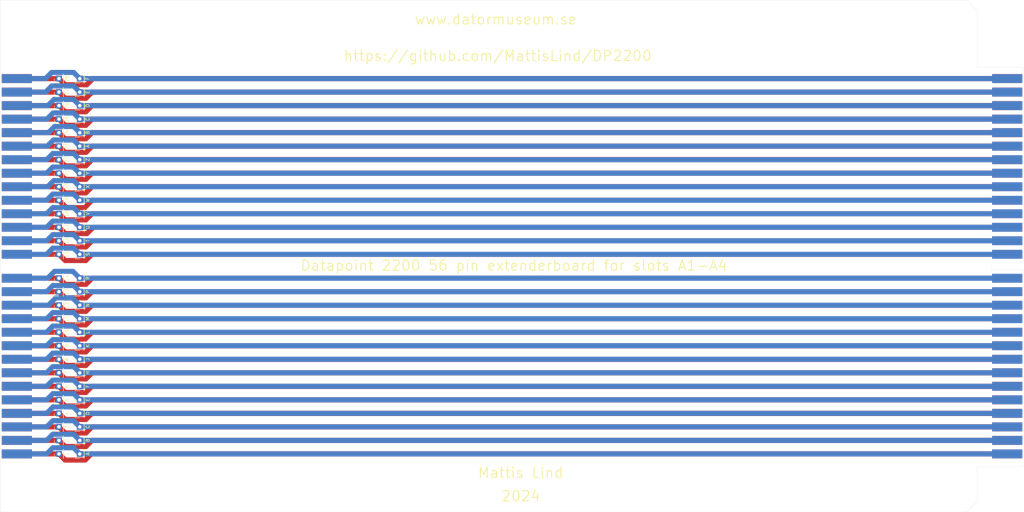
<source format=kicad_pcb>
(kicad_pcb (version 20240108) (generator "pcbnew") (generator_version "8.0")
  (layers (0 "F.Cu" signal) (31 "B.Cu" signal) (34 "B.Paste" user) (35 "F.Paste" user) (36 "B.SilkS" user "B.Silkscreen") (37 "F.SilkS" user "F.Silkscreen") (38 "B.Mask" user) (39 "F.Mask" user) (44 "Edge.Cuts" user))
  (net 0 "")
  (net 1 "/A")
  (net 2 "/B")
  (net 3 "/C")
  (net 4 "/D")
  (net 5 "/E")
  (net 6 "/F")
  (net 7 "/H")
  (net 8 "/J")
  (net 9 "/K")
  (net 10 "/L")
  (net 11 "/M")
  (net 12 "/N")
  (net 13 "/P")
  (net 14 "/R")
  (net 15 "/S")
  (net 16 "/T")
  (net 17 "/U")
  (net 18 "/V")
  (net 19 "/W")
  (net 20 "/X")
  (net 21 "/Y")
  (net 22 "/Z")
  (net 23 "/~{A}")
  (net 24 "/~{B}")
  (net 25 "/~{C}")
  (net 26 "/~{D}")
  (net 27 "/~{E}")
  (net 28 "/~{F}")
  (net 29 "/1")
  (net 30 "/2")
  (net 31 "/3")
  (net 32 "/4")
  (net 33 "/5")
  (net 34 "/7")
  (net 35 "/8")
  (net 36 "/9")
  (net 37 "/10")
  (net 38 "/11")
  (net 39 "/12")
  (net 40 "/13")
  (net 41 "/14")
  (net 42 "/15")
  (net 43 "/16")
  (net 44 "/6")
  (net 45 "/17")
  (net 46 "/18")
  (net 47 "/19")
  (net 48 "/20")
  (net 49 "/21")
  (net 50 "/22")
  (net 51 "/23")
  (net 52 "/24")
  (net 53 "/25")
  (net 54 "/26")
  (net 55 "/27")
  (net 56 "/28")
  (footprint "Connector_PinHeader_2.54mm:PinHeader_1x01_P2.54mm_Vertical" (layer "F.Cu") (at 63.53 134.1 90)
    (property "Reference" "J12" (hide yes))
    (property "Value" "N")
  )
  (footprint "Connector_PinHeader_2.54mm:PinHeader_1x01_P2.54mm_Vertical" (layer "F.Cu") (at 57.44 71.66 90)
    (property "Reference" "J55" (hide yes))
    (property "Value" "27")
  )
  (footprint "Connector_PinHeader_2.54mm:PinHeader_1x01_P2.54mm_Vertical" (layer "F.Cu") (at 57.44 169.74 90)
    (property "Reference" "J31" (hide yes))
    (property "Value" "3")
  )
  (footprint "Connector_PinHeader_2.54mm:PinHeader_1x01_P2.54mm_Vertical" (layer "F.Cu") (at 57.44 126.18 90)
    (property "Reference" "J41" (hide yes))
    (property "Value" "14")
  )
  (footprint "Connector_PinHeader_2.54mm:PinHeader_1x01_P2.54mm_Vertical" (layer "F.Cu") (at 63.53 157.86 90)
    (property "Reference" "J6" (hide yes))
    (property "Value" "F")
  )
  (footprint "Connector_PinHeader_2.54mm:PinHeader_1x01_P2.54mm_Vertical" (layer "F.Cu") (at 57.44 177.66 90)
    (property "Reference" "J29" (hide yes))
    (property "Value" "1")
  )
  (footprint "Connector_PinHeader_2.54mm:PinHeader_1x01_P2.54mm_Vertical" (layer "F.Cu") (at 63.53 161.82 90)
    (property "Reference" "J5" (hide yes))
    (property "Value" "E")
  )
  (footprint "CompLibraryFootprints:Datapoint_2200_56_pin_female" (layer "F.Cu") (at 49.51 66.4 -90)
    (property "Reference" "J57" (hide yes))
    (property "Value" "~" (hide yes))
    (fp_line (start 0 9.3) (end -2 9.3) (stroke (width 0.05)) (layer "Edge.Cuts"))
    (fp_line (start 54.75 9.3) (end 0 9.3) (stroke (width 0.05)) (layer "Edge.Cuts"))
    (fp_line (start 54.75 9.3) (end 57.81 9.3) (stroke (width 0.05)) (layer "Edge.Cuts"))
    (fp_line (start 57.81 9.3) (end 112.56 9.3) (stroke (width 0.05)) (layer "Edge.Cuts"))
    (fp_line (start 114.06 9.3) (end 112.56 9.3) (stroke (width 0.05)) (layer "Edge.Cuts"))
  )
  (footprint "Connector_PinHeader_2.54mm:PinHeader_1x01_P2.54mm_Vertical" (layer "F.Cu") (at 57.44 111.26 90)
    (property "Reference" "J45" (hide yes))
    (property "Value" "17")
  )
  (footprint "Connector_PinHeader_2.54mm:PinHeader_1x01_P2.54mm_Vertical" (layer "F.Cu") (at 57.44 107.3 90)
    (property "Reference" "J46" (hide yes))
    (property "Value" "18")
  )
  (footprint "Connector_PinHeader_2.54mm:PinHeader_1x01_P2.54mm_Vertical" (layer "F.Cu") (at 63.53 177.66 90)
    (property "Reference" "J1" (hide yes))
    (property "Value" "A")
  )
  (footprint "Connector_PinHeader_2.54mm:PinHeader_1x01_P2.54mm_Vertical" (layer "F.Cu") (at 63.53 87.5 90)
    (property "Reference" "J23" (hide yes))
    (property "Value" "~{A}")
  )
  (footprint "Connector_PinHeader_2.54mm:PinHeader_1x01_P2.54mm_Vertical" (layer "F.Cu") (at 57.44 115.22 90)
    (property "Reference" "J43" (hide yes))
    (property "Value" "16")
  )
  (footprint "Connector_PinHeader_2.54mm:PinHeader_1x01_P2.54mm_Vertical" (layer "F.Cu") (at 63.53 99.38 90)
    (property "Reference" "J20" (hide yes))
    (property "Value" "X")
  )
  (footprint "Connector_PinHeader_2.54mm:PinHeader_1x01_P2.54mm_Vertical" (layer "F.Cu") (at 63.53 71.66 90)
    (property "Reference" "J27" (hide yes))
    (property "Value" "~{E}")
  )
  (footprint "Connector_PinHeader_2.54mm:PinHeader_1x01_P2.54mm_Vertical" (layer "F.Cu") (at 63.53 115.22 90)
    (property "Reference" "J16" (hide yes))
    (property "Value" "T")
  )
  (footprint "Connector_PinHeader_2.54mm:PinHeader_1x01_P2.54mm_Vertical" (layer "F.Cu") (at 57.44 145.98 90)
    (property "Reference" "J36" (hide yes))
    (property "Value" "9")
  )
  (footprint "Connector_PinHeader_2.54mm:PinHeader_1x01_P2.54mm_Vertical" (layer "F.Cu") (at 63.53 111.26 90)
    (property "Reference" "J17" (hide yes))
    (property "Value" "U")
  )
  (footprint "Connector_PinHeader_2.54mm:PinHeader_1x01_P2.54mm_Vertical" (layer "F.Cu") (at 63.53 169.74 90)
    (property "Reference" "J3" (hide yes))
    (property "Value" "C")
  )
  (footprint "Connector_PinHeader_2.54mm:PinHeader_1x01_P2.54mm_Vertical" (layer "F.Cu") (at 63.53 83.54 90)
    (property "Reference" "J24" (hide yes))
    (property "Value" "~{B}")
  )
  (footprint "Connector_PinHeader_2.54mm:PinHeader_1x01_P2.54mm_Vertical" (layer "F.Cu") (at 63.53 75.62 90)
    (property "Reference" "J26" (hide yes))
    (property "Value" "~{D}")
  )
  (footprint "Connector_PinHeader_2.54mm:PinHeader_1x01_P2.54mm_Vertical" (layer "F.Cu") (at 63.53 173.7 90)
    (property "Reference" "J2" (hide yes))
    (property "Value" "B")
  )
  (footprint "Connector_PinHeader_2.54mm:PinHeader_1x01_P2.54mm_Vertical" (layer "F.Cu") (at 63.53 119.18 90)
    (property "Reference" "J15" (hide yes))
    (property "Value" "S")
  )
  (footprint "Connector_PinHeader_2.54mm:PinHeader_1x01_P2.54mm_Vertical" (layer "F.Cu") (at 57.44 91.46 90)
    (property "Reference" "J50" (hide yes))
    (property "Value" "22")
  )
  (footprint "Connector_PinHeader_2.54mm:PinHeader_1x01_P2.54mm_Vertical" (layer "F.Cu") (at 63.53 145.98 90)
    (property "Reference" "J9" (hide yes))
    (property "Value" "K")
  )
  (footprint "Connector_PinHeader_2.54mm:PinHeader_1x01_P2.54mm_Vertical" (layer "F.Cu") (at 57.44 119.18 90)
    (property "Reference" "J42" (hide yes))
    (property "Value" "15")
  )
  (footprint "Connector_PinHeader_2.54mm:PinHeader_1x01_P2.54mm_Vertical" (layer "F.Cu") (at 63.53 79.58 90)
    (property "Reference" "J25" (hide yes))
    (property "Value" "~{C}")
  )
  (footprint "Connector_PinHeader_2.54mm:PinHeader_1x01_P2.54mm_Vertical" (layer "F.Cu") (at 57.44 173.7 90)
    (property "Reference" "J30" (hide yes))
    (property "Value" "2")
  )
  (footprint "Connector_PinHeader_2.54mm:PinHeader_1x01_P2.54mm_Vertical" (layer "F.Cu") (at 63.53 149.94 90)
    (property "Reference" "J8" (hide yes))
    (property "Value" "J")
  )
  (footprint "Connector_PinHeader_2.54mm:PinHeader_1x01_P2.54mm_Vertical" (layer "F.Cu") (at 63.53 142.02 90)
    (property "Reference" "J10" (hide yes))
    (property "Value" "L")
  )
  (footprint "Connector_PinHeader_2.54mm:PinHeader_1x01_P2.54mm_Vertical" (layer "F.Cu") (at 63.53 103.34 90)
    (property "Reference" "J19" (hide yes))
    (property "Value" "W")
  )
  (footprint "Connector_PinHeader_2.54mm:PinHeader_1x01_P2.54mm_Vertical" (layer "F.Cu") (at 63.53 165.78 90)
    (property "Reference" "J4" (hide yes))
    (property "Value" "D")
  )
  (footprint "Connector_PinHeader_2.54mm:PinHeader_1x01_P2.54mm_Vertical" (layer "F.Cu") (at 57.44 149.94 90)
    (property "Reference" "J35" (hide yes))
    (property "Value" "8")
  )
  (footprint "Connector_PinHeader_2.54mm:PinHeader_1x01_P2.54mm_Vertical" (layer "F.Cu") (at 63.53 95.42 90)
    (property "Reference" "J21" (hide yes))
    (property "Value" "Y")
  )
  (footprint "Connector_PinHeader_2.54mm:PinHeader_1x01_P2.54mm_Vertical" (layer "F.Cu") (at 57.44 99.38 90)
    (property "Reference" "J48" (hide yes))
    (property "Value" "20")
  )
  (footprint "Connector_PinHeader_2.54mm:PinHeader_1x01_P2.54mm_Vertical" (layer "F.Cu") (at 63.53 107.3 90)
    (property "Reference" "J18" (hide yes))
    (property "Value" "V")
  )
  (footprint "Connector_PinHeader_2.54mm:PinHeader_1x01_P2.54mm_Vertical" (layer "F.Cu") (at 57.44 130.14 90)
    (property "Reference" "J40" (hide yes))
    (property "Value" "13")
  )
  (footprint "Connector_PinHeader_2.54mm:PinHeader_1x01_P2.54mm_Vertical" (layer "F.Cu") (at 57.44 165.78 90)
    (property "Reference" "J32" (hide yes))
    (property "Value" "4")
  )
  (footprint "Connector_PinHeader_2.54mm:PinHeader_1x01_P2.54mm_Vertical" (layer "F.Cu") (at 63.53 138.06 90)
    (property "Reference" "J11" (hide yes))
    (property "Value" "M")
  )
  (footprint "Connector_PinHeader_2.54mm:PinHeader_1x01_P2.54mm_Vertical" (layer "F.Cu") (at 57.44 79.58 90)
    (property "Reference" "J53" (hide yes))
    (property "Value" "25")
  )
  (footprint "CompLibraryFootprints:Datapoint_2200_56_pin_male" (layer "F.Cu") (at 330.6 178.96 90)
    (property "Reference" "J58" (hide yes))
    (property "Value" "~")
    (fp_line (start 57.31 -0.2) (end 57.31 8.8) (stroke (width 0.05)) (layer "Edge.Cuts"))
    (fp_line (start 55.25 -0.2) (end 57.31 -0.2) (stroke (width 0.05)) (layer "Edge.Cuts"))
    (fp_line (start 114.56 8.8) (end 114.56 0) (stroke (width 0.05)) (layer "Edge.Cuts"))
    (fp_line (start 114.56 8.8) (end 114.06 9.3) (stroke (width 0.05)) (layer "Edge.Cuts"))
    (fp_line (start 57.31 8.8) (end 57.81 9.3) (stroke (width 0.05)) (layer "Edge.Cuts"))
    (fp_line (start 55.25 8.8) (end 55.25 -0.2) (stroke (width 0.05)) (layer "Edge.Cuts"))
    (fp_line (start 55.25 8.8) (end 54.75 9.3) (stroke (width 0.05)) (layer "Edge.Cuts"))
    (fp_line (start -2.5 8.8) (end -2.5 0) (stroke (width 0.05)) (layer "Edge.Cuts"))
    (fp_line (start 114.06 9.3) (end 112.56 9.3) (stroke (width 0.05)) (layer "Edge.Cuts"))
    (fp_line (start 57.81 9.3) (end 112.56 9.3) (stroke (width 0.05)) (layer "Edge.Cuts"))
    (fp_line (start 54.75 9.3) (end 0 9.3) (stroke (width 0.05)) (layer "Edge.Cuts"))
    (fp_line (start 0 9.3) (end -2 9.3) (stroke (width 0.05)) (layer "Edge.Cuts"))
    (fp_line (start -2 9.3) (end -2.5 8.8) (stroke (width 0.05)) (layer "Edge.Cuts"))
  )
  (footprint "Connector_PinHeader_2.54mm:PinHeader_1x01_P2.54mm_Vertical" (layer "F.Cu") (at 63.53 126.18 90)
    (property "Reference" "J14" (hide yes))
    (property "Value" "R")
  )
  (footprint "Connector_PinHeader_2.54mm:PinHeader_1x01_P2.54mm_Vertical" (layer "F.Cu") (at 57.44 75.62 90)
    (property "Reference" "J54" (hide yes))
    (property "Value" "26")
  )
  (footprint "Connector_PinHeader_2.54mm:PinHeader_1x01_P2.54mm_Vertical" (layer "F.Cu") (at 57.44 157.86 90)
    (property "Reference" "J44" (hide yes))
    (property "Value" "6")
  )
  (footprint "Connector_PinHeader_2.54mm:PinHeader_1x01_P2.54mm_Vertical" (layer "F.Cu") (at 57.44 134.1 90)
    (property "Reference" "J39" (hide yes))
    (property "Value" "12")
  )
  (footprint "Connector_PinHeader_2.54mm:PinHeader_1x01_P2.54mm_Vertical" (layer "F.Cu") (at 57.44 138.06 90)
    (property "Reference" "J38" (hide yes))
    (property "Value" "11")
  )
  (footprint "Connector_PinHeader_2.54mm:PinHeader_1x01_P2.54mm_Vertical" (layer "F.Cu") (at 57.44 103.34 90)
    (property "Reference" "J47" (hide yes))
    (property "Value" "19")
  )
  (footprint "Connector_PinHeader_2.54mm:PinHeader_1x01_P2.54mm_Vertical" (layer "F.Cu") (at 63.53 91.46 90)
    (property "Reference" "J22" (hide yes))
    (property "Value" "Z")
  )
  (footprint "Connector_PinHeader_2.54mm:PinHeader_1x01_P2.54mm_Vertical" (layer "F.Cu") (at 63.53 130.14 90)
    (property "Reference" "J13" (hide yes))
    (property "Value" "P")
  )
  (footprint "Connector_PinHeader_2.54mm:PinHeader_1x01_P2.54mm_Vertical" (layer "F.Cu") (at 57.44 95.42 90)
    (property "Reference" "J49" (hide yes))
    (property "Value" "21")
  )
  (footprint "Connector_PinHeader_2.54mm:PinHeader_1x01_P2.54mm_Vertical" (layer "F.Cu") (at 57.44 153.9 90)
    (property "Reference" "J34" (hide yes))
    (property "Value" "7")
  )
  (footprint "Connector_PinHeader_2.54mm:PinHeader_1x01_P2.54mm_Vertical" (layer "F.Cu") (at 57.44 87.5 90)
    (property "Reference" "J51" (hide yes))
    (property "Value" "23")
  )
  (footprint "Connector_PinHeader_2.54mm:PinHeader_1x01_P2.54mm_Vertical" (layer "F.Cu") (at 57.44 83.54 90)
    (property "Reference" "J52" (hide yes))
    (property "Value" "24")
  )
  (footprint "Connector_PinHeader_2.54mm:PinHeader_1x01_P2.54mm_Vertical" (layer "F.Cu") (at 63.53 153.9 90)
    (property "Reference" "J7" (hide yes))
    (property "Value" "H")
  )
  (footprint "Connector_PinHeader_2.54mm:PinHeader_1x01_P2.54mm_Vertical" (layer "F.Cu") (at 63.53 67.7 90)
    (property "Reference" "J28" (hide yes))
    (property "Value" "~{F}")
  )
  (footprint "Connector_PinHeader_2.54mm:PinHeader_1x01_P2.54mm_Vertical" (layer "F.Cu") (at 57.44 67.7 90)
    (property "Reference" "J56" (hide yes))
    (property "Value" "28")
  )
  (footprint "Connector_PinHeader_2.54mm:PinHeader_1x01_P2.54mm_Vertical" (layer "F.Cu") (at 57.44 142.02 90)
    (property "Reference" "J37" (hide yes))
    (property "Value" "10")
  )
  (footprint "Connector_PinHeader_2.54mm:PinHeader_1x01_P2.54mm_Vertical" (layer "F.Cu") (at 57.44 161.82 90)
    (property "Reference" "J33" (hide yes))
    (property "Value" "5")
  )
  (gr_line (start 326.19 47.7) (end 323.19 44.7) (stroke (width 0.05)) (layer "Edge.Cuts"))
  (gr_line (start 40.21 180.46) (end 40.21 194.66) (stroke (width 0.05)) (layer "Edge.Cuts"))
  (gr_line (start 40.21 44.7) (end 40.21 64.4) (stroke (width 0.05)) (layer "Edge.Cuts"))
  (gr_line (start 326.19 181.46) (end 326.19 191.66) (stroke (width 0.05)) (layer "Edge.Cuts"))
  (gr_line (start 326.19 44.7) (end 326.2 44.7) (stroke (width 0.05)) (layer "Edge.Cuts"))
  (gr_line (start 323.19 194.66) (end 40.21 194.66) (stroke (width 0.05)) (layer "Edge.Cuts"))
  (gr_line (start 330.6 64.4) (end 326.19 64.4) (stroke (width 0.05)) (layer "Edge.Cuts"))
  (gr_line (start 326.19 47.7) (end 326.19 64.4) (stroke (width 0.05)) (layer "Edge.Cuts"))
  (gr_line (start 330.6 181.46) (end 326.19 181.46) (stroke (width 0.05)) (layer "Edge.Cuts"))
  (gr_line (start 323.19 44.7) (end 40.21 44.7) (stroke (width 0.05)) (layer "Edge.Cuts"))
  (gr_line (start 326.19 191.66) (end 323.19 194.66) (stroke (width 0.05)) (layer "Edge.Cuts"))
  (gr_text "2024" (at 186.73 191.78 0) (layer "F.SilkS") (effects (font (size 3 3) (thickness 0.3)) (justify left bottom)))
  (gr_text "www.datormuseum.se" (at 161.38 52.08 0) (layer "F.SilkS") (effects (font (size 3 3) (thickness 0.3)) (justify left bottom)))
  (gr_text "Datapoint 2200 56 pin extenderboard for slots A1-A4\n" (at 127.94 124.21 0) (layer "F.SilkS") (effects (font (size 3 3) (thickness 0.3)) (justify left bottom)))
  (gr_text "https://github.com/MattisLind/DP2200" (at 140.59 62.79 0) (layer "F.SilkS") (effects (font (size 3 3) (thickness 0.3)) (justify left bottom)))
  (gr_text "Mattis Lind\n" (at 179.88 184.94 0) (layer "F.SilkS") (effects (font (size 3 3) (thickness 0.3)) (justify left bottom)))
  (segment (start 45.11 177.66) (end 53.84 177.66) (width 1.5) (layer "B.Cu") (net 1))
  (segment (start 61.73 175.86) (end 63.53 177.66) (width 1.5) (layer "B.Cu") (net 1))
  (segment (start 53.84 177.66) (end 55.64 175.86) (width 1.5) (layer "B.Cu") (net 1))
  (segment (start 63.53 177.66) (end 335 177.66) (width 1.5) (layer "B.Cu") (net 1))
  (segment (start 55.64 175.86) (end 61.73 175.86) (width 1.5) (layer "B.Cu") (net 1))
  (segment (start 61.74 171.9) (end 63.53 173.69) (width 1.5) (layer "B.Cu") (net 2))
  (segment (start 45.11 173.7) (end 53.84 173.7) (width 1.5) (layer "B.Cu") (net 2))
  (segment (start 63.53 173.69) (end 63.53 173.7) (width 1.5) (layer "B.Cu") (net 2))
  (segment (start 335 173.7) (end 63.53 173.7) (width 1.5) (layer "B.Cu") (net 2))
  (segment (start 55.64 171.9) (end 61.74 171.9) (width 1.5) (layer "B.Cu") (net 2))
  (segment (start 53.84 173.7) (end 55.64 171.9) (width 1.5) (layer "B.Cu") (net 2))
  (segment (start 63.53 169.73) (end 63.53 169.74) (width 1.5) (layer "B.Cu") (net 3))
  (segment (start 55.64 167.94) (end 61.74 167.94) (width 1.5) (layer "B.Cu") (net 3))
  (segment (start 45.11 169.74) (end 53.84 169.74) (width 1.5) (layer "B.Cu") (net 3))
  (segment (start 61.74 167.94) (end 63.53 169.73) (width 1.5) (layer "B.Cu") (net 3))
  (segment (start 63.53 169.74) (end 335 169.74) (width 1.5) (layer "B.Cu") (net 3))
  (segment (start 53.84 169.74) (end 55.64 167.94) (width 1.5) (layer "B.Cu") (net 3))
  (segment (start 63.52 165.78) (end 63.53 165.78) (width 1.5) (layer "B.Cu") (net 4))
  (segment (start 45.11 165.78) (end 53.84 165.78) (width 1.5) (layer "B.Cu") (net 4))
  (segment (start 53.84 165.78) (end 55.74 163.88) (width 1.5) (layer "B.Cu") (net 4))
  (segment (start 55.74 163.88) (end 61.62 163.88) (width 1.5) (layer "B.Cu") (net 4))
  (segment (start 61.62 163.88) (end 63.52 165.78) (width 1.5) (layer "B.Cu") (net 4))
  (segment (start 335 165.78) (end 63.53 165.78) (width 1.5) (layer "B.Cu") (net 4))
  (segment (start 55.64 160.02) (end 61.76 160.02) (width 1.5) (layer "B.Cu") (net 5))
  (segment (start 63.53 161.82) (end 335 161.82) (width 1.5) (layer "B.Cu") (net 5))
  (segment (start 45.11 161.82) (end 53.84 161.82) (width 1.5) (layer "B.Cu") (net 5))
  (segment (start 61.76 160.02) (end 63.53 161.79) (width 1.5) (layer "B.Cu") (net 5))
  (segment (start 63.53 161.79) (end 63.53 161.82) (width 1.5) (layer "B.Cu") (net 5))
  (segment (start 53.84 161.82) (end 55.64 160.02) (width 1.5) (layer "B.Cu") (net 5))
  (segment (start 53.84 157.86) (end 55.64 156.06) (width 1.5) (layer "B.Cu") (net 6))
  (segment (start 55.64 156.06) (end 61.73 156.06) (width 1.5) (layer "B.Cu") (net 6))
  (segment (start 61.73 156.06) (end 63.53 157.86) (width 1.5) (layer "B.Cu") (net 6))
  (segment (start 45.11 157.86) (end 53.84 157.86) (width 1.5) (layer "B.Cu") (net 6))
  (segment (start 335 157.86) (end 63.53 157.86) (width 1.5) (layer "B.Cu") (net 6))
  (segment (start 55.64 152.1) (end 61.75 152.1) (width 1.5) (layer "B.Cu") (net 7))
  (segment (start 63.53 153.88) (end 63.53 153.9) (width 1.5) (layer "B.Cu") (net 7))
  (segment (start 61.75 152.1) (end 63.53 153.88) (width 1.5) (layer "B.Cu") (net 7))
  (segment (start 45.11 153.9) (end 53.84 153.9) (width 1.5) (layer "B.Cu") (net 7))
  (segment (start 63.53 153.9) (end 335 153.9) (width 1.5) (layer "B.Cu") (net 7))
  (segment (start 53.84 153.9) (end 55.64 152.1) (width 1.5) (layer "B.Cu") (net 7))
  (segment (start 45.11 149.94) (end 53.84 149.94) (width 1.5) (layer "B.Cu") (net 8))
  (segment (start 53.84 149.94) (end 55.64 148.14) (width 1.5) (layer "B.Cu") (net 8))
  (segment (start 335 149.94) (end 63.53 149.94) (width 1.5) (layer "B.Cu") (net 8))
  (segment (start 61.73 148.14) (end 63.53 149.94) (width 1.5) (layer "B.Cu") (net 8))
  (segment (start 55.64 148.14) (end 61.73 148.14) (width 1.5) (layer "B.Cu") (net 8))
  (segment (start 55.64 144.18) (end 59.47 144.18) (width 1.5) (layer "B.Cu") (net 9))
  (segment (start 59.47 144.18) (end 59.48 144.19) (width 1.5) (layer "B.Cu") (net 9))
  (segment (start 45.11 145.98) (end 53.84 145.98) (width 1.5) (layer "B.Cu") (net 9))
  (segment (start 63.53 145.98) (end 335 145.98) (width 1.5) (layer "B.Cu") (net 9))
  (segment (start 61.74 144.19) (end 63.53 145.98) (width 1.5) (layer "B.Cu") (net 9))
  (segment (start 53.84 145.98) (end 55.64 144.18) (width 1.5) (layer "B.Cu") (net 9))
  (segment (start 59.48 144.19) (end 61.74 144.19) (width 1.5) (layer "B.Cu") (net 9))
  (segment (start 45.11 142.02) (end 53.84 142.02) (width 1.5) (layer "B.Cu") (net 10))
  (segment (start 55.65 140.21) (end 61.72 140.21) (width 1.5) (layer "B.Cu") (net 10))
  (segment (start 53.84 142.02) (end 55.65 140.21) (width 1.5) (layer "B.Cu") (net 10))
  (segment (start 61.72 140.21) (end 63.53 142.02) (width 1.5) (layer "B.Cu") (net 10))
  (segment (start 335 142.02) (end 63.53 142.02) (width 1.5) (layer "B.Cu") (net 10))
  (segment (start 53.84 138.06) (end 55.64 136.26) (width 1.5) (layer "B.Cu") (net 11))
  (segment (start 55.64 136.26) (end 61.73 136.26) (width 1.5) (layer "B.Cu") (net 11))
  (segment (start 45.11 138.06) (end 53.84 138.06) (width 1.5) (layer "B.Cu") (net 11))
  (segment (start 61.73 136.26) (end 63.53 138.06) (width 1.5) (layer "B.Cu") (net 11))
  (segment (start 63.53 138.06) (end 335 138.06) (width 1.5) (layer "B.Cu") (net 11))
  (segment (start 56.52 131.94) (end 61.37 131.94) (width 1.5) (layer "B.Cu") (net 12))
  (segment (start 45.11 134.1) (end 54.36 134.1) (width 1.5) (layer "B.Cu") (net 12))
  (segment (start 335 134.1) (end 63.53 134.1) (width 1.5) (layer "B.Cu") (net 12))
  (segment (start 61.37 131.94) (end 63.53 134.1) (width 1.5) (layer "B.Cu") (net 12))
  (segment (start 54.36 134.1) (end 56.52 131.94) (width 1.5) (layer "B.Cu") (net 12))
  (segment (start 45.11 130.14) (end 53.84 130.14) (width 1.5) (layer "B.Cu") (net 13))
  (segment (start 61.73 128.34) (end 63.53 130.14) (width 1.5) (layer "B.Cu") (net 13))
  (segment (start 53.84 130.14) (end 55.64 128.34) (width 1.5) (layer "B.Cu") (net 13))
  (segment (start 55.64 128.34) (end 61.73 128.34) (width 1.5) (layer "B.Cu") (net 13))
  (segment (start 63.53 130.14) (end 335 130.14) (width 1.5) (layer "B.Cu") (net 13))
  (segment (start 56.16 124.17) (end 61.52 124.17) (width 1.5) (layer "B.Cu") (net 14))
  (segment (start 335 126.18) (end 63.53 126.18) (width 1.5) (layer "B.Cu") (net 14))
  (segment (start 61.52 124.17) (end 63.53 126.18) (width 1.5) (layer "B.Cu") (net 14))
  (segment (start 54.15 126.18) (end 56.16 124.17) (width 1.5) (layer "B.Cu") (net 14))
  (segment (start 45.11 126.18) (end 54.15 126.18) (width 1.5) (layer "B.Cu") (net 14))
  (segment (start 61.73 117.38) (end 63.53 119.18) (width 1.5) (layer "B.Cu") (net 15))
  (segment (start 53.84 119.18) (end 55.64 117.38) (width 1.5) (layer "B.Cu") (net 15))
  (segment (start 63.53 119.18) (end 335 119.18) (width 1.5) (layer "B.Cu") (net 15))
  (segment (start 55.64 117.38) (end 61.73 117.38) (width 1.5) (layer "B.Cu") (net 15))
  (segment (start 45.11 119.18) (end 53.84 119.18) (width 1.5) (layer "B.Cu") (net 15))
  (segment (start 55.64 113.42) (end 61.73 113.42) (width 1.5) (layer "B.Cu") (net 16))
  (segment (start 335 115.22) (end 63.53 115.22) (width 1.5) (layer "B.Cu") (net 16))
  (segment (start 45.11 115.22) (end 53.84 115.22) (width 1.5) (layer "B.Cu") (net 16))
  (segment (start 61.73 113.42) (end 63.53 115.22) (width 1.5) (layer "B.Cu") (net 16))
  (segment (start 53.84 115.22) (end 55.64 113.42) (width 1.5) (layer "B.Cu") (net 16))
  (segment (start 45.11 111.26) (end 53.84 111.26) (width 1.5) (layer "B.Cu") (net 17))
  (segment (start 61.73 109.46) (end 63.53 111.26) (width 1.5) (layer "B.Cu") (net 17))
  (segment (start 55.64 109.46) (end 61.73 109.46) (width 1.5) (layer "B.Cu") (net 17))
  (segment (start 53.84 111.26) (end 55.64 109.46) (width 1.5) (layer "B.Cu") (net 17))
  (segment (start 63.53 111.26) (end 335 111.26) (width 1.5) (layer "B.Cu") (net 17))
  (segment (start 335 107.3) (end 63.53 107.3) (width 1.5) (layer "B.Cu") (net 18))
  (segment (start 45.11 107.3) (end 53.84 107.3) (width 1.5) (layer "B.Cu") (net 18))
  (segment (start 53.84 107.3) (end 55.64 105.5) (width 1.5) (layer "B.Cu") (net 18))
  (segment (start 55.64 105.5) (end 61.73 105.5) (width 1.5) (layer "B.Cu") (net 18))
  (segment (start 61.73 105.5) (end 63.53 107.3) (width 1.5) (layer "B.Cu") (net 18))
  (segment (start 63.53 103.34) (end 335 103.34) (width 1.5) (layer "B.Cu") (net 19))
  (segment (start 55.64 101.54) (end 61.73 101.54) (width 1.5) (layer "B.Cu") (net 19))
  (segment (start 53.84 103.34) (end 55.64 101.54) (width 1.5) (layer "B.Cu") (net 19))
  (segment (start 61.73 101.54) (end 63.53 103.34) (width 1.5) (layer "B.Cu") (net 19))
  (segment (start 45.11 103.34) (end 53.84 103.34) (width 1.5) (layer "B.Cu") (net 19))
  (segment (start 335 99.38) (end 63.53 99.38) (width 1.5) (layer "B.Cu") (net 20))
  (segment (start 61.73 97.58) (end 55.92 97.58) (width 1.5) (layer "B.Cu") (net 20))
  (segment (start 63.53 99.38) (end 61.73 97.58) (width 1.5) (layer "B.Cu") (net 20))
  (segment (start 54.12 99.38) (end 45.11 99.38) (width 1.5) (layer "B.Cu") (net 20))
  (segment (start 55.92 97.58) (end 54.12 99.38) (width 1.5) (layer "B.Cu") (net 20))
  (segment (start 63.53 95.42) (end 335 95.42) (width 1.5) (layer "B.Cu") (net 21))
  (segment (start 53.84 95.42) (end 55.64 93.62) (width 1.5) (layer "B.Cu") (net 21))
  (segment (start 55.64 93.62) (end 61.62 93.62) (width 1.5) (layer "B.Cu") (net 21))
  (segment (start 45.11 95.42) (end 53.84 95.42) (width 1.5) (layer "B.Cu") (net 21))
  (segment (start 63.42 95.42) (end 63.53 95.42) (width 1.5) (layer "B.Cu") (net 21))
  (segment (start 61.62 93.62) (end 63.42 95.42) (width 1.5) (layer "B.Cu") (net 21))
  (segment (start 55.64 89.66) (end 53.84 91.46) (width 1.5) (layer "B.Cu") (net 22))
  (segment (start 53.84 91.46) (end 45.11 91.46) (width 1.5) (layer "B.Cu") (net 22))
  (segment (start 63.53 91.46) (end 61.73 89.66) (width 1.5) (layer "B.Cu") (net 22))
  (segment (start 335 91.46) (end 63.53 91.46) (width 1.5) (layer "B.Cu") (net 22))
  (segment (start 61.73 89.66) (end 55.64 89.66) (width 1.5) (layer "B.Cu") (net 22))
  (segment (start 54 87.5) (end 45.11 87.5) (width 1.5) (layer "B.Cu") (net 23))
  (segment (start 55.8 85.7) (end 54 87.5) (width 1.5) (layer "B.Cu") (net 23))
  (segment (start 61.73 85.7) (end 55.8 85.7) (width 1.5) (layer "B.Cu") (net 23))
  (segment (start 63.53 87.5) (end 61.73 85.7) (width 1.5) (layer "B.Cu") (net 23))
  (segment (start 63.53 87.5) (end 335 87.5) (width 1.5) (layer "B.Cu") (net 23))
  (segment (start 335 83.54) (end 63.53 83.54) (width 1.5) (layer "B.Cu") (net 24))
  (segment (start 56.16 81.74) (end 54.36 83.54) (width 1.5) (layer "B.Cu") (net 24))
  (segment (start 54.36 83.54) (end 45.11 83.54) (width 1.5) (layer "B.Cu") (net 24))
  (segment (start 63.53 83.54) (end 61.73 81.74) (width 1.5) (layer "B.Cu") (net 24))
  (segment (start 61.73 81.74) (end 56.16 81.74) (width 1.5) (layer "B.Cu") (net 24))
  (segment (start 53.92 79.58) (end 45.11 79.58) (width 1.5) (layer "B.Cu") (net 25))
  (segment (start 61.73 77.78) (end 55.72 77.78) (width 1.5) (layer "B.Cu") (net 25))
  (segment (start 63.53 79.58) (end 335 79.58) (width 1.5) (layer "B.Cu") (net 25))
  (segment (start 63.53 79.58) (end 61.73 77.78) (width 1.5) (layer "B.Cu") (net 25))
  (segment (start 55.72 77.78) (end 53.92 79.58) (width 1.5) (layer "B.Cu") (net 25))
  (segment (start 61.73 73.82) (end 55.98 73.82) (width 1.5) (layer "B.Cu") (net 26))
  (segment (start 54.18 75.62) (end 45.11 75.62) (width 1.5) (layer "B.Cu") (net 26))
  (segment (start 55.98 73.82) (end 54.18 75.62) (width 1.5) (layer "B.Cu") (net 26))
  (segment (start 335 75.62) (end 63.53 75.62) (width 1.5) (layer "B.Cu") (net 26))
  (segment (start 63.53 75.62) (end 61.73 73.82) (width 1.5) (layer "B.Cu") (net 26))
  (segment (start 61.73 69.86) (end 63.53 71.66) (width 1.5) (layer "B.Cu") (net 27))
  (segment (start 55.34 69.86) (end 61.73 69.86) (width 1.5) (layer "B.Cu") (net 27))
  (segment (start 53.54 71.66) (end 55.34 69.86) (width 1.5) (layer "B.Cu") (net 27))
  (segment (start 45.11 71.66) (end 53.54 71.66) (width 1.5) (layer "B.Cu") (net 27))
  (segment (start 63.53 71.66) (end 335 71.66) (width 1.5) (layer "B.Cu") (net 27))
  (segment (start 45.11 67.7) (end 53.5 67.7) (width 1.5) (layer "B.Cu") (net 28))
  (segment (start 53.5 67.7) (end 55.3 65.9) (width 1.5) (layer "B.Cu") (net 28))
  (segment (start 55.3 65.9) (end 61.73 65.9) (width 1.5) (layer "B.Cu") (net 28))
  (segment (start 61.73 65.9) (end 63.53 67.7) (width 1.5) (layer "B.Cu") (net 28))
  (segment (start 63.53 67.7) (end 335 67.7) (width 1.5) (layer "B.Cu") (net 28))
  (segment (start 59.24 179.46) (end 57.44 177.66) (width 1.5) (layer "F.Cu") (net 29))
  (segment (start 65.11 179.46) (end 59.24 179.46) (width 1.5) (layer "F.Cu") (net 29))
  (segment (start 45.11 177.66) (end 57.44 177.66) (width 1.5) (layer "F.Cu") (net 29))
  (segment (start 335 177.66) (end 66.91 177.66) (width 1.5) (layer "F.Cu") (net 29))
  (segment (start 66.91 177.66) (end 65.11 179.46) (width 1.5) (layer "F.Cu") (net 29))
  (segment (start 335 173.7) (end 67.13 173.7) (width 1.5) (layer "F.Cu") (net 30))
  (segment (start 67.13 173.7) (end 65.33 175.5) (width 1.5) (layer "F.Cu") (net 30))
  (segment (start 45.11 173.7) (end 57.44 173.7) (width 1.5) (layer "F.Cu") (net 30))
  (segment (start 65.33 175.5) (end 59.24 175.5) (width 1.5) (layer "F.Cu") (net 30))
  (segment (start 59.24 175.5) (end 57.44 173.7) (width 1.5) (layer "F.Cu") (net 30))
  (segment (start 59.24 171.54) (end 57.44 169.74) (width 1.5) (layer "F.Cu") (net 31))
  (segment (start 335 169.74) (end 67.13 169.74) (width 1.5) (layer "F.Cu") (net 31))
  (segment (start 65.33 171.54) (end 59.24 171.54) (width 1.5) (layer "F.Cu") (net 31))
  (segment (start 67.13 169.74) (end 65.33 171.54) (width 1.5) (layer "F.Cu") (net 31))
  (segment (start 45.11 169.74) (end 57.44 169.74) (width 1.5) (layer "F.Cu") (net 31))
  (segment (start 335 165.78) (end 67.11 165.78) (width 1.5) (layer "F.Cu") (net 32))
  (segment (start 45.11 165.78) (end 57.44 165.78) (width 1.5) (layer "F.Cu") (net 32))
  (segment (start 67.11 165.78) (end 65.31 167.58) (width 1.5) (layer "F.Cu") (net 32))
  (segment (start 65.31 167.58) (end 59.24 167.58) (width 1.5) (layer "F.Cu") (net 32))
  (segment (start 59.24 167.58) (end 57.44 165.78) (width 1.5) (layer "F.Cu") (net 32))
  (segment (start 45.11 161.82) (end 57.44 161.82) (width 1.5) (layer "F.Cu") (net 33))
  (segment (start 59.24 163.62) (end 57.44 161.82) (width 1.5) (layer "F.Cu") (net 33))
  (segment (start 65.33 163.62) (end 59.24 163.62) (width 1.5) (layer "F.Cu") (net 33))
  (segment (start 67.13 161.82) (end 65.33 163.62) (width 1.5) (layer "F.Cu") (net 33))
  (segment (start 335 161.82) (end 67.13 161.82) (width 1.5) (layer "F.Cu") (net 33))
  (segment (start 67.13 153.9) (end 65.33 155.7) (width 1.5) (layer "F.Cu") (net 34))
  (segment (start 65.33 155.7) (end 59.24 155.7) (width 1.5) (layer "F.Cu") (net 34))
  (segment (start 335 153.9) (end 67.13 153.9) (width 1.5) (layer "F.Cu") (net 34))
  (segment (start 59.24 155.7) (end 57.44 153.9) (width 1.5) (layer "F.Cu") (net 34))
  (segment (start 45.11 153.9) (end 57.44 153.9) (width 1.5) (layer "F.Cu") (net 34))
  (segment (start 67.13 149.94) (end 65.33 151.74) (width 1.5) (layer "F.Cu") (net 35))
  (segment (start 59.24 151.74) (end 57.44 149.94) (width 1.5) (layer "F.Cu") (net 35))
  (segment (start 65.33 151.74) (end 59.24 151.74) (width 1.5) (layer "F.Cu") (net 35))
  (segment (start 335 149.94) (end 67.13 149.94) (width 1.5) (layer "F.Cu") (net 35))
  (segment (start 45.11 149.94) (end 57.44 149.94) (width 1.5) (layer "F.Cu") (net 35))
  (segment (start 335 145.98) (end 67.13 145.98) (width 1.5) (layer "F.Cu") (net 36))
  (segment (start 45.11 145.98) (end 57.44 145.98) (width 1.5) (layer "F.Cu") (net 36))
  (segment (start 67.13 145.98) (end 65.33 147.78) (width 1.5) (layer "F.Cu") (net 36))
  (segment (start 59.24 147.78) (end 57.44 145.98) (width 1.5) (layer "F.Cu") (net 36))
  (segment (start 65.33 147.78) (end 59.24 147.78) (width 1.5) (layer "F.Cu") (net 36))
  (segment (start 65.12 144.03) (end 59.45 144.03) (width 1.5) (layer "F.Cu") (net 37))
  (segment (start 335 142.02) (end 67.13 142.02) (width 1.5) (layer "F.Cu") (net 37))
  (segment (start 67.13 142.02) (end 65.12 144.03) (width 1.5) (layer "F.Cu") (net 37))
  (segment (start 45.11 142.02) (end 57.44 142.02) (width 1.5) (layer "F.Cu") (net 37))
  (segment (start 59.45 144.03) (end 57.44 142.02) (width 1.5) (layer "F.Cu") (net 37))
  (segment (start 59.24 139.86) (end 57.44 138.06) (width 1.5) (layer "F.Cu") (net 38))
  (segment (start 67.13 138.06) (end 65.33 139.86) (width 1.5) (layer "F.Cu") (net 38))
  (segment (start 65.33 139.86) (end 59.24 139.86) (width 1.5) (layer "F.Cu") (net 38))
  (segment (start 335 138.06) (end 67.13 138.06) (width 1.5) (layer "F.Cu") (net 38))
  (segment (start 45.11 138.06) (end 57.44 138.06) (width 1.5) (layer "F.Cu") (net 38))
  (segment (start 45.11 134.1) (end 57.44 134.1) (width 1.5) (layer "F.Cu") (net 39))
  (segment (start 59.24 135.9) (end 57.44 134.1) (width 1.5) (layer "F.Cu") (net 39))
  (segment (start 335 134.1) (end 67.13 134.1) (width 1.5) (layer "F.Cu") (net 39))
  (segment (start 65.33 135.9) (end 59.24 135.9) (width 1.5) (layer "F.Cu") (net 39))
  (segment (start 67.13 134.1) (end 65.33 135.9) (width 1.5) (layer "F.Cu") (net 39))
  (segment (start 335 130.14) (end 67.13 130.14) (width 1.5) (layer "F.Cu") (net 40))
  (segment (start 67.13 130.14) (end 65.33 131.94) (width 1.5) (layer "F.Cu") (net 40))
  (segment (start 59.24 131.94) (end 57.44 130.14) (width 1.5) (layer "F.Cu") (net 40))
  (segment (start 65.33 131.94) (end 59.24 131.94) (width 1.5) (layer "F.Cu") (net 40))
  (segment (start 45.11 130.14) (end 57.44 130.14) (width 1.5) (layer "F.Cu") (net 40))
  (segment (start 67.13 126.18) (end 65.33 127.98) (width 1.5) (layer "F.Cu") (net 41))
  (segment (start 59.24 127.98) (end 57.44 126.18) (width 1.5) (layer "F.Cu") (net 41))
  (segment (start 45.11 126.18) (end 57.44 126.18) (width 1.5) (layer "F.Cu") (net 41))
  (segment (start 65.33 127.98) (end 59.24 127.98) (width 1.5) (layer "F.Cu") (net 41))
  (segment (start 335 126.18) (end 67.13 126.18) (width 1.5) (layer "F.Cu") (net 41))
  (segment (start 335 119.18) (end 67.13 119.18) (width 1.5) (layer "F.Cu") (net 42))
  (segment (start 59.26 121) (end 57.44 119.18) (width 1.5) (layer "F.Cu") (net 42))
  (segment (start 45.11 119.18) (end 57.44 119.18) (width 1.5) (layer "F.Cu") (net 42))
  (segment (start 65.31 121) (end 59.26 121) (width 1.5) (layer "F.Cu") (net 42))
  (segment (start 67.13 119.18) (end 65.31 121) (width 1.5) (layer "F.Cu") (net 42))
  (segment (start 45.11 115.22) (end 57.44 115.22) (width 1.5) (layer "F.Cu") (net 43))
  (segment (start 65.33 117.02) (end 61.02 117.02) (width 1.5) (layer "F.Cu") (net 43))
  (segment (start 59.22 117) (end 57.44 115.22) (width 1.5) (layer "F.Cu") (net 43))
  (segment (start 61.02 117.02) (end 61 117) (width 1.5) (layer "F.Cu") (net 43))
  (segment (start 67.13 115.22) (end 65.33 117.02) (width 1.5) (layer "F.Cu") (net 43))
  (segment (start 61 117) (end 59.22 117) (width 1.5) (layer "F.Cu") (net 43))
  (segment (start 335 115.22) (end 67.13 115.22) (width 1.5) (layer "F.Cu") (net 43))
  (segment (start 67.13 157.86) (end 65.33 159.66) (width 1.5) (layer "F.Cu") (net 44))
  (segment (start 335 157.86) (end 67.13 157.86) (width 1.5) (layer "F.Cu") (net 44))
  (segment (start 59.24 159.66) (end 57.44 157.86) (width 1.5) (layer "F.Cu") (net 44))
  (segment (start 45.11 157.86) (end 57.44 157.86) (width 1.5) (layer "F.Cu") (net 44))
  (segment (start 65.33 159.66) (end 59.24 159.66) (width 1.5) (layer "F.Cu") (net 44))
  (segment (start 45.11 111.26) (end 57.44 111.26) (width 1.5) (layer "F.Cu") (net 45))
  (segment (start 335 111.26) (end 67.49 111.26) (width 1.5) (layer "F.Cu") (net 45))
  (segment (start 65.65 113.1) (end 59.28 113.1) (width 1.5) (layer "F.Cu") (net 45))
  (segment (start 59.28 113.1) (end 57.44 111.26) (width 1.5) (layer "F.Cu") (net 45))
  (segment (start 67.49 111.26) (end 65.65 113.1) (width 1.5) (layer "F.Cu") (net 45))
  (segment (start 67.13 107.3) (end 65.33 109.1) (width 1.5) (layer "F.Cu") (net 46))
  (segment (start 45.11 107.3) (end 57.44 107.3) (width 1.5) (layer "F.Cu") (net 46))
  (segment (start 65.33 109.1) (end 59.24 109.1) (width 1.5) (layer "F.Cu") (net 46))
  (segment (start 59.24 109.1) (end 57.44 107.3) (width 1.5) (layer "F.Cu") (net 46))
  (segment (start 335 107.3) (end 67.13 107.3) (width 1.5) (layer "F.Cu") (net 46))
  (segment (start 335 103.34) (end 67.13 103.34) (width 1.5) (layer "F.Cu") (net 47))
  (segment (start 59.6 105.5) (end 57.44 103.34) (width 1.5) (layer "F.Cu") (net 47))
  (segment (start 45.11 103.34) (end 57.44 103.34) (width 1.5) (layer "F.Cu") (net 47))
  (segment (start 64.97 105.5) (end 59.6 105.5) (width 1.5) (layer "F.Cu") (net 47))
  (segment (start 67.13 103.34) (end 64.97 105.5) (width 1.5) (layer "F.Cu") (net 47))
  (segment (start 335 99.38) (end 67.13 99.38) (width 1.5) (layer "F.Cu") (net 48))
  (segment (start 65.31 101.2) (end 59.26 101.2) (width 1.5) (layer "F.Cu") (net 48))
  (segment (start 45.11 99.38) (end 57.44 99.38) (width 1.5) (layer "F.Cu") (net 48))
  (segment (start 67.13 99.38) (end 65.31 101.2) (width 1.5) (layer "F.Cu") (net 48))
  (segment (start 59.26 101.2) (end 57.44 99.38) (width 1.5) (layer "F.Cu") (net 48))
  (segment (start 59.32 97.22) (end 57.52 95.42) (width 1.5) (layer "F.Cu") (net 49))
  (segment (start 65.33 97.22) (end 59.32 97.22) (width 1.5) (layer "F.Cu") (net 49))
  (segment (start 335 95.42) (end 67.13 95.42) (width 1.5) (layer "F.Cu") (net 49))
  (segment (start 57.52 95.42) (end 57.44 95.42) (width 1.5) (layer "F.Cu") (net 49))
  (segment (start 45.11 95.42) (end 57.44 95.42) (width 1.5) (layer "F.Cu") (net 49))
  (segment (start 67.13 95.42) (end 65.33 97.22) (width 1.5) (layer "F.Cu") (net 49))
  (segment (start 45.11 91.46) (end 57.44 91.46) (width 1.5) (layer "F.Cu") (net 50))
  (segment (start 335 91.46) (end 67.13 91.46) (width 1.5) (layer "F.Cu") (net 50))
  (segment (start 59.26 93.26) (end 57.46 91.46) (width 1.5) (layer "F.Cu") (net 50))
  (segment (start 57.46 91.46) (end 57.44 91.46) (width 1.5) (layer "F.Cu") (net 50))
  (segment (start 65.33 93.26) (end 59.26 93.26) (width 1.5) (layer "F.Cu") (net 50))
  (segment (start 67.13 91.46) (end 65.33 93.26) (width 1.5) (layer "F.Cu") (net 50))
  (segment (start 65.4 89.3) (end 59.24 89.3) (width 1.5) (layer "F.Cu") (net 51))
  (segment (start 335 87.5) (end 67.2 87.5) (width 1.5) (layer "F.Cu") (net 51))
  (segment (start 59.24 89.3) (end 57.44 87.5) (width 1.5) (layer "F.Cu") (net 51))
  (segment (start 67.2 87.5) (end 65.4 89.3) (width 1.5) (layer "F.Cu") (net 51))
  (segment (start 45.11 87.5) (end 57.44 87.5) (width 1.5) (layer "F.Cu") (net 51))
  (segment (start 45.11 83.54) (end 57.44 83.54) (width 1.5) (layer "F.Cu") (net 52))
  (segment (start 59.24 85.34) (end 57.44 83.54) (width 1.5) (layer "F.Cu") (net 52))
  (segment (start 65.33 85.34) (end 59.24 85.34) (width 1.5) (layer "F.Cu") (net 52))
  (segment (start 335 83.54) (end 67.13 83.54) (width 1.5) (layer "F.Cu") (net 52))
  (segment (start 67.13 83.54) (end 65.33 85.34) (width 1.5) (layer "F.Cu") (net 52))
  (segment (start 67.13 79.58) (end 65.33 81.38) (width 1.5) (layer "F.Cu") (net 53))
  (segment (start 45.11 79.58) (end 57.44 79.58) (width 1.5) (layer "F.Cu") (net 53))
  (segment (start 335 79.58) (end 67.13 79.58) (width 1.5) (layer "F.Cu") (net 53))
  (segment (start 65.33 81.38) (end 59.24 81.38) (width 1.5) (layer "F.Cu") (net 53))
  (segment (start 59.24 81.38) (end 57.44 79.58) (width 1.5) (layer "F.Cu") (net 53))
  (segment (start 59.24 77.42) (end 57.44 75.62) (width 1.5) (layer "F.Cu") (net 54))
  (segment (start 67.13 75.62) (end 65.33 77.42) (width 1.5) (layer "F.Cu") (net 54))
  (segment (start 65.33 77.42) (end 59.24 77.42) (width 1.5) (layer "F.Cu") (net 54))
  (segment (start 335 75.62) (end 67.13 75.62) (width 1.5) (layer "F.Cu") (net 54))
  (segment (start 45.11 75.62) (end 57.44 75.62) (width 1.5) (layer "F.Cu") (net 54))
  (segment (start 67.26 71.66) (end 335 71.66) (width 1.5) (layer "F.Cu") (net 55))
  (segment (start 59.24 73.46) (end 65.34 73.46) (width 1.5) (layer "F.Cu") (net 55))
  (segment (start 65.34 73.46) (end 67.2 71.6) (width 1.5) (layer "F.Cu") (net 55))
  (segment (start 57.44 71.66) (end 59.24 73.46) (width 1.5) (layer "F.Cu") (net 55))
  (segment (start 67.2 71.6) (end 67.26 71.66) (width 1.5) (layer "F.Cu") (net 55))
  (segment (start 45.11 71.66) (end 57.44 71.66) (width 1.5) (layer "F.Cu") (net 55))
  (segment (start 67.4 67.7) (end 335 67.7) (width 1.5) (layer "F.Cu") (net 56))
  (segment (start 65.6 69.5) (end 67.4 67.7) (width 1.5) (layer "F.Cu") (net 56))
  (segment (start 57.44 67.7) (end 59.24 69.5) (width 1.5) (layer "F.Cu") (net 56))
  (segment (start 59.24 69.5) (end 65.6 69.5) (width 1.5) (layer "F.Cu") (net 56))
  (segment (start 45.11 67.7) (end 57.44 67.7) (width 1.5) (layer "F.Cu") (net 56))
)
</source>
